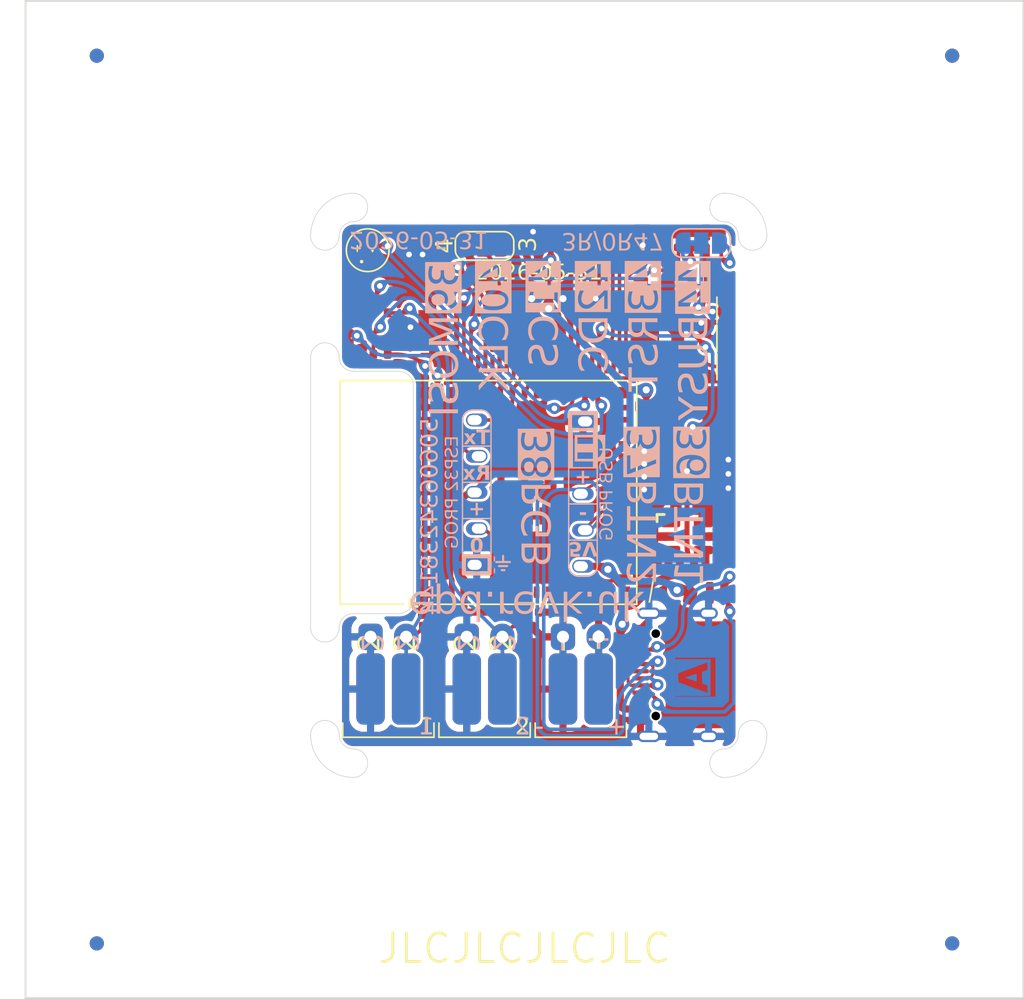
<source format=kicad_pcb>
(kicad_pcb (version 20241229) (generator "pcbnew") (generator_version "9.0")
  (title_block (title "Waveshare EPD adapter") (rev "1") (company "Adrian Kennard, Andrews & Arnold Ltd"))
  (layers (0 "F.Cu" signal) (2 "B.Cu" signal) (13 "F.Paste" user) (15 "B.Paste" user) (5 "F.SilkS" user "F.Silkscreen") (7 "B.SilkS" user "B.Silkscreen") (1 "F.Mask" user) (3 "B.Mask" user) (25 "Edge.Cuts" user))
  (net 0 "")
  (net 1 "GND")
  (net 4 "DC")
  (net 6 "Net-(U4-EN)")
  (net 7 "BTN2")
  (net 8 "BTN1")
  (net 14 "+3.3V")
  (net 22 "Net-(J2-0)")
  (net 23 "D-")
  (net 24 "D+")
  (net 25 "Net-(J1-Pin_24)")
  (net 26 "Net-(D1-A)")
  (net 27 "Net-(J1-Pin_22)")
  (net 28 "Net-(D3-K)")
  (net 29 "Net-(J1-Pin_20)")
  (net 30 "Net-(J1-Pin_19)")
  (net 31 "Net-(J1-Pin_18)")
  (net 32 "Net-(J1-Pin_5)")
  (net 33 "Net-(J1-Pin_4)")
  (net 34 "Net-(D2-A)")
  (net 35 "Net-(D3-A)")
  (net 36 "Net-(J1-Pin_2)")
  (net 37 "Net-(J1-Pin_3)")
  (net 41 "BUSY")
  (net 42 "RST")
  (net 43 "CS")
  (net 44 "CLK")
  (net 45 "MOSI")
  (net 46 "RGB")
  (net 47 "Net-(J1-Pin_8)")
  (net 48 "Net-(J7-CC1)")
  (net 50 "Net-(J7-CC2)")
  (net 52 "Net-(J4-Pin_2)")
  (net 53 "Net-(J6-Pin_2)")
  (net 54 "Net-(JP1-A)")
  (net 55 "Net-(JP1-B)")
  (net 57 "PWR")
  (net 58 "VBUS")
  (footprint "RevK:C_0402" (layer "F.Cu") (at 106 72.4 90)
    (property "Reference" "C14" (hide yes))
    (property "Value" "1uF 25V" (hide yes))
  )
  (footprint "RevK:C_0402" (layer "F.Cu") (at 105.15 72.4 90)
    (property "Reference" "C3" (hide yes))
    (property "Value" "1uF 25V" (hide yes))
  )
  (footprint "RevK:C_0402" (layer "F.Cu") (at 99.5 98.4)
    (property "Reference" "C2" (hide yes))
    (property "Value" "100nF" (hide yes))
  )
  (footprint "RevK:SolderPadSmall" (layer "F.Cu") (at 104.2 103.8)
    (property "Reference" "P1" (hide yes))
    (property "Value" "+" (hide yes))
  )
  (footprint "RevK:R_0402_" (layer "F.Cu") (at 110.4 95 180)
    (property "Reference" "R9" (hide yes))
    (property "Value" "124k" (hide yes))
  )
  (footprint "RevK:SolderPadSmall" (layer "F.Cu") (at 101.7 103.8)
    (property "Reference" "P2" (hide yes))
    (property "Value" "-" (hide yes))
  )
  (footprint "RevK:C_0402" (layer "F.Cu") (at 103.45 72.4 90)
    (property "Reference" "C4" (hide yes))
    (property "Value" "1uF 25V" (hide yes))
  )
  (footprint "RevK:C_0402" (layer "F.Cu") (at 101.75 72.4 90)
    (property "Reference" "C11" (hide yes))
    (property "Value" "1uF" (hide yes))
  )
  (footprint "RevK:R_0402" (layer "F.Cu") (at 88.9 77.4 180)
    (property "Reference" "R6" (hide yes))
    (property "Value" "100R" (hide yes))
  )
  (footprint "RevK:ESP32-S3-MINI-1" (layer "F.Cu") (at 99 90 90)
    (property "Reference" "U4" (hide yes))
    (property "Value" "ESP32-S3-MINI-1" (hide yes))
  )
  (footprint "RevK:D_SOD-123" (layer "F.Cu") (at 109 97 -10)
    (property "Reference" "D6" (hide yes))
    (property "Value" "MBR0530")
  )
  (footprint "RevK:C_0603" (layer "F.Cu") (at 92.7 98.4 180)
    (property "Reference" "C5" (hide yes))
    (property "Value" "22uF")
  )
  (footprint "RevK:SOT-23" (layer "F.Cu") (at 111.7 74.2 90)
    (property "Reference" "Q1" (hide yes))
    (property "Value" "BSS138")
  )
  (footprint "RevK:C_0402" (layer "F.Cu") (at 102.6 72.4 90)
    (property "Reference" "C7" (hide yes))
    (property "Value" "1uF" (hide yes))
  )
  (footprint "RevK:R_0402" (layer "F.Cu") (at 86.7 78.3 -90)
    (property "Reference" "R3" (hide yes))
    (property "Value" "10K" (hide yes))
  )
  (footprint "RevK:C_0603_" (layer "F.Cu") (at 110.4 91.1 180)
    (property "Reference" "C10" (hide yes))
    (property "Value" "100nF")
  )
  (footprint "RevK:PTSM-HH-2-RA" (layer "F.Cu") (at 89.45 100.1325)
    (property "Reference" "J4" (hide yes))
    (property "Value" "BTN2")
  )
  (footprint "RevK:PTSM-HH-2-RA" (layer "F.Cu") (at 96.2 100.1325)
    (property "Reference" "J6" (hide yes))
    (property "Value" "BTN2")
  )
  (footprint "RevK:C_0805" (layer "F.Cu") (at 108.1 75.5 180)
    (property "Reference" "C17" (hide yes))
    (property "Value" "4.7uF 50V")
  )
  (footprint "RevK:C_0603_" (layer "F.Cu") (at 107.9 91.8 -90)
    (property "Reference" "C9" (hide yes))
    (property "Value" "10uF 6.3V")
  )
  (footprint "RevK:C_0402" (layer "F.Cu") (at 100.85 72.4 90)
    (property "Reference" "C12" (hide yes))
    (property "Value" "1uF 25V" (hide yes))
  )
  (footprint "RevK:SolderPadSmall" (layer "F.Cu") (at 97.45 103.8)
    (property "Reference" "P3" (hide yes))
    (property "Value" "2" (hide yes))
  )
  (footprint "RevK:C_0603" (layer "F.Cu") (at 108.7 72.7 90)
    (property "Reference" "C1" (hide yes))
    (property "Value" "1uF 50V")
  )
  (footprint "RevK:C_0402" (layer "F.Cu") (at 88.9 76.3)
    (property "Reference" "C21" (hide yes))
    (property "Value" "33pF" (hide yes))
  )
  (footprint "RevK:R_0402" (layer "F.Cu") (at 110.7 72.3 -90)
    (property "Reference" "R2" (hide yes))
    (property "Value" "3R" (hide yes))
  )
  (footprint "RevK:SolderJumper3" (layer "F.Cu") (at 96.2 72.7)
    (property "Reference" "JP2" (hide yes))
    (property "Value" "SolderJumper_3_Bridged12")
  )
  (footprint "RevK:R_0402" (layer "F.Cu") (at 112.5 97.5 180)
    (property "Reference" "R4" (hide yes))
    (property "Value" "5k1" (hide yes))
  )
  (footprint "RevK:D_SOD-123" (layer "F.Cu") (at 111.4 81.2 180)
    (property "Reference" "D2" (hide yes))
    (property "Value" "MBR0530")
  )
  (footprint "RevK:VCUT70N" (layer "F.Cu") (at 99 108 180)
    (property "Reference" "V4" (hide yes))
    (property "Value" "~")
  )
  (footprint "RevK:R_0402" (layer "F.Cu") (at 112.5 96.6 180)
    (property "Reference" "R5" (hide yes))
    (property "Value" "5k1" (hide yes))
  )
  (footprint "RevK:L_4x4_" (layer "F.Cu") (at 110.4 88.5 180)
    (property "Reference" "L2" (hide yes))
    (property "Value" "47uH 1.3A")
  )
  (footprint "RevK:R_0402" (layer "F.Cu") (at 88.9 80.3 180)
    (property "Reference" "R7" (hide yes))
    (property "Value" "100R" (hide yes))
  )
  (footprint "RevK:PTSM-HH-2-RA" (layer "F.Cu") (at 102.95 100.1325)
    (property "Reference" "J8" (hide yes))
    (property "Value" "PWR")
  )
  (footprint "RevK:C_0402" (layer "F.Cu") (at 88.9 79.2)
    (property "Reference" "C19" (hide yes))
    (property "Value" "33pF" (hide yes))
  )
  (footprint "RevK:R_0402_" (layer "F.Cu") (at 112.2 95 180)
    (property "Reference" "R11" (hide yes))
    (property "Value" "1M" (hide yes))
  )
  (footprint "RevK:DFN1006-2L" (layer "F.Cu") (at 99.1 99.4 180)
    (property "Reference" "D5" (hide yes))
    (property "Value" "~")
  )
  (footprint "RevK:SolderPadSmall" (layer "F.Cu") (at 90.7 103.8)
    (property "Reference" "P5" (hide yes))
    (property "Value" "2" (hide yes))
  )
  (footprint "RevK:R_0402" (layer "F.Cu") (at 112.8 72.3 90)
    (property "Reference" "R1" (hide yes))
    (property "Value" "0.47R" (hide yes))
  )
  (footprint "RevK:C_0402" (layer "F.Cu") (at 104.3 72.4 90)
    (property "Reference" "C15" (hide yes))
    (property "Value" "1uF 25V" (hide yes))
  )
  (footprint "RevK:C_0603_" (layer "F.Cu") (at 112.9 91.8 -90)
    (property "Reference" "C8" (hide yes))
    (property "Value" "10uF 35V")
  )
  (footprint "RevK:XUNPU-FPC-05FB-24PH20" (layer "F.Cu") (at 100 79.7 180)
    (property "Reference" "J1" (hide yes))
    (property "Value" "Conn_01x26")
  )
  (footprint "RevK:D_SOD-123" (layer "F.Cu") (at 111.4 77.2 180)
    (property "Reference" "D3" (hide yes))
    (property "Value" "MBR0530")
  )
  (footprint "RevK:R_0402" (layer "F.Cu") (at 109.8 72.3 -90)
    (property "Reference" "R8" (hide yes))
    (property "Value" "10K" (hide yes))
  )
  (footprint "RevK:R_0402_" (layer "F.Cu") (at 108.5 95 180)
    (property "Reference" "R10" (hide yes))
    (property "Value" "39k2" (hide yes))
  )
  (footprint "RevK:C_0805" (layer "F.Cu") (at 107.5 84.9 90)
    (property "Reference" "C18" (hide yes))
    (property "Value" "4.7uF 50V")
  )
  (footprint "RevK:SOT-23-6-MD8942" (layer "F.Cu") (at 110.4 93.1 180)
    (property "Reference" "U3" (hide yes))
    (property "Value" "MD8942")
  )
  (footprint "RevK:SMD1010" (layer "F.Cu") (at 88 73 90)
    (property "Reference" "D4" (hide yes))
    (property "Value" "XL-1010RGBC-WS2812B" (hide yes))
  )
  (footprint "RevK:USB-C-Socket-H" (layer "F.Cu") (at 108.21 102.8 90)
    (property "Reference" "J7" (hide yes))
    (property "Value" "USB-C-Socket-V")
  )
  (footprint "RevK:SolderPadSmall" (layer "F.Cu") (at 88.2 103.8)
    (property "Reference" "P6" (hide yes))
    (property "Value" "2" (hide yes))
  )
  (footprint "RevK:VCUT70N" (layer "F.Cu") (at 114 90.5 -90)
    (property "Reference" "V1" (hide yes))
    (property "Value" "~")
  )
  (footprint "RevK:L_4x4" (layer "F.Cu") (at 110.7 84.4 180)
    (property "Reference" "L1" (hide yes))
    (property "Value" "470uH")
  )
  (footprint "RevK:D_SOD-123" (layer "F.Cu") (at 111.4 79.2 180)
    (property "Reference" "D1" (hide yes))
    (property "Value" "MBR0530")
  )
  (footprint "RevK:DFN1006-2L" (layer "F.Cu") (at 92.3 99.4 180)
    (property "Reference" "D7" (hide yes))
    (property "Value" "~")
  )
  (footprint "RevK:SolderPadSmall" (layer "F.Cu") (at 94.95 103.8)
    (property "Reference" "P4" (hide yes))
    (property "Value" "2" (hide yes))
  )
  (footprint "RevK:C_0402" (layer "F.Cu") (at 86.7 80 -90)
    (property "Reference" "C6" (hide yes))
    (property "Value" "1uF" (hide yes))
  )
  (footprint "RevK:PCB7070" (layer "F.Cu") (at 99 90.5)
    (property "Reference" "PCB1" (hide yes))
    (property "Value" "70x70" (hide yes))
    (fp_line (start -35 -35) (end 35 -35) (stroke (width 0.12)) (layer "Edge.Cuts"))
    (fp_line (start -35 35) (end -35 -35) (stroke (width 0.12)) (layer "Edge.Cuts"))
    (fp_line (start 35 -35) (end 35 35) (stroke (width 0.12)) (layer "Edge.Cuts"))
    (fp_line (start 35 35) (end -35 35) (stroke (width 0.12)) (layer "Edge.Cuts"))
  )
  (footprint "RevK:SolderPadSmall" (layer "B.Cu") (at 104.2 103.8 180)
    (property "Reference" "P7" (hide yes))
    (property "Value" "+" (hide yes))
  )
  (footprint "RevK:VCUT70N" (layer "B.Cu") (at 99 71 180)
    (property "Reference" "V6" (hide yes))
    (property "Value" "~")
  )
  (footprint "RevK:SolderPadSmall" (layer "B.Cu") (at 90.7 103.8 180)
    (property "Reference" "P11" (hide yes))
    (property "Value" "2" (hide yes))
  )
  (footprint "RevK:SolderJumper3" (layer "B.Cu") (at 111.4 72.5)
    (property "Reference" "JP1" (hide yes))
    (property "Value" "SolderJumper_3_Bridged12")
  )
  (footprint "RevK:VCUT70N" (layer "B.Cu") (at 86 90.5 -90)
    (property "Reference" "V3" (hide yes))
    (property "Value" "~")
  )
  (footprint "RevK:SolderPadSmall" (layer "B.Cu") (at 88.2 103.8 180)
    (property "Reference" "P12" (hide yes))
    (property "Value" "2" (hide yes))
  )
  (footprint "RevK:SolderPadSmall" (layer "B.Cu") (at 101.7 103.8 180)
    (property "Reference" "P8" (hide yes))
    (property "Value" "-" (hide yes))
  )
  (footprint "RevK:SolderPadSmall" (layer "B.Cu") (at 97.45 103.8 180)
    (property "Reference" "P9" (hide yes))
    (property "Value" "2" (hide yes))
  )
  (footprint "RevK:SolderPadSmall" (layer "B.Cu") (at 94.95 103.8 180)
    (property "Reference" "P10" (hide yes))
    (property "Value" "2" (hide yes))
  )
  (footprint "RevK:USB-PROG" (layer "B.Cu") (at 103.1 90.1 90)
    (property "Reference" "J3" (hide yes))
    (property "Value" "USB-PROG" (hide yes))
  )
  (footprint "RevK:Shelly" (layer "B.Cu") (at 95.65 90 -90)
    (property "Reference" "J2" (hide yes))
    (property "Value" "Shelly" (hide yes))
  )
  (gr_circle (center 88 73) (end 89.5 73) (stroke (width 0.12)) (fill no) (layer "F.SilkS"))
  (gr_arc (start 83.999999 80.5) (mid 84.999999 79.5) (end 85.999999 80.5) (stroke (width 0.05)) (layer "Edge.Cuts"))
  (gr_arc (start 113 69) (mid 115.12132 69.87868) (end 116 72) (stroke (width 0.05)) (layer "Edge.Cuts"))
  (gr_line (start 83.999999 80.5) (end 84 99.5) (stroke (width 0.05)) (layer "Edge.Cuts"))
  (gr_arc (start 86.999999 81.5) (mid 86.292893 81.207106) (end 85.999999 80.5) (stroke (width 0.05)) (layer "Edge.Cuts"))
  (gr_arc (start 113 110) (mid 112 109) (end 113 108) (stroke (width 0.05)) (layer "Edge.Cuts"))
  (gr_line (start 91.200001 97.500001) (end 91.2 82.5) (stroke (width 0.05)) (layer "Edge.Cuts"))
  (gr_arc (start 83.999999 107.000001) (mid 84.999999 106.000001) (end 85.999999 107.000001) (stroke (width 0.05)) (layer "Edge.Cuts"))
  (gr_arc (start 86.000001 72.000001) (mid 85.000001 73.000001) (end 84.000001 72.000001) (stroke (width 0.05)) (layer "Edge.Cuts"))
  (gr_arc (start 86.000001 72.000001) (mid 86.292894 71.292894) (end 87.000001 71.000001) (stroke (width 0.05)) (layer "Edge.Cuts"))
  (gr_arc (start 86 99.5) (mid 85 100.5) (end 84 99.5) (stroke (width 0.05)) (layer "Edge.Cuts"))
  (gr_arc (start 114 107) (mid 115 106) (end 116 107) (stroke (width 0.05)) (layer "Edge.Cuts"))
  (gr_arc (start 116 107) (mid 115.12132 109.12132) (end 113 110) (stroke (width 0.05)) (layer "Edge.Cuts"))
  (gr_arc (start 87.000001 69.000001) (mid 88.000001 70.000001) (end 87.000001 71.000001) (stroke (width 0.05)) (layer "Edge.Cuts"))
  (gr_arc (start 114 107) (mid 113.707107 107.707107) (end 113 108) (stroke (width 0.05)) (layer "Edge.Cuts"))
  (gr_line (start 90.2 81.5) (end 86.999999 81.5) (stroke (width 0.05)) (layer "Edge.Cuts"))
  (gr_arc (start 86.999999 108.000001) (mid 87.999999 109) (end 86.999999 110.000001) (stroke (width 0.05)) (layer "Edge.Cuts"))
  (gr_arc (start 91.200001 97.500001) (mid 90.907108 98.207108) (end 90.200001 98.500001) (stroke (width 0.05)) (layer "Edge.Cuts"))
  (gr_arc (start 113 71) (mid 113.707107 71.292893) (end 114 72) (stroke (width 0.05)) (layer "Edge.Cuts"))
  (gr_arc (start 116 72) (mid 115 73) (end 114 72) (stroke (width 0.05)) (layer "Edge.Cuts"))
  (gr_arc (start 86.999999 108.000001) (mid 86.292893 107.707107) (end 85.999999 107.000001) (stroke (width 0.05)) (layer "Edge.Cuts"))
  (gr_arc (start 86 99.5) (mid 86.292894 98.792894) (end 87 98.5) (stroke (width 0.05)) (layer "Edge.Cuts"))
  (gr_arc (start 86.999999 110.000001) (mid 84.878679 109.121321) (end 83.999999 107.000001) (stroke (width 0.05)) (layer "Edge.Cuts"))
  (gr_arc (start 84.000001 72.000001) (mid 84.878681 69.878681) (end 87.000001 69.000001) (stroke (width 0.05)) (layer "Edge.Cuts"))
  (gr_line (start 87 98.5) (end 90.200001 98.500001) (stroke (width 0.05)) (layer "Edge.Cuts"))
  (gr_arc (start 113 71) (mid 112 70) (end 113 69) (stroke (width 0.05)) (layer "Edge.Cuts"))
  (gr_arc (start 90.2 81.5) (mid 90.907107 81.792893) (end 91.2 82.5) (stroke (width 0.05)) (layer "Edge.Cuts"))
  (gr_text "A" (at 111 103 90) (layer "B.Cu" knockout) (effects (font (size 2 2) (thickness 0.3) (bold yes)) (justify mirror)))
  (gr_text "A" (at 110.1 93 90) (layer "B.Cu" knockout) (effects (font (size 3 3) (thickness 0.3) (bold yes)) (justify mirror)))
  (gr_text "${CURRENT_DATE}" (at 100 74.6 0) (layer "F.SilkS") (effects (font (size 1.1 1.1))))
  (gr_text "+" (at 106.15 107.1825 0) (layer "F.SilkS") (effects (font (size 1.2 1.2)) (justify right bottom)))
  (gr_text "1" (at 92.65 107.1825 0) (layer "F.SilkS") (effects (font (size 1.2 1.2)) (justify right bottom)))
  (gr_text "2" (at 99.4 107.1825 0) (layer "F.SilkS") (effects (font (size 1.2 1.2)) (justify right bottom)))
  (gr_text "4" (at 94.15 72.7 90) (layer "F.SilkS") (effects (font (size 1.2 1.2)) (justify bottom)))
  (gr_text "3" (at 100 72.6 90) (layer "F.SilkS") (effects (font (size 1.2 1.2)) (justify bottom)))
  (gr_text "-" (at 99.75 107.1825 0) (layer "F.SilkS") (effects (font (size 1.2 1.2)) (justify left bottom)))
  (gr_text "39" (at 93.5 77.4 90) (layer "B.SilkS" knockout) (effects (font (size 2 2)) (justify right mirror)))
  (gr_text "41" (at 100.5 77.4 90) (layer "B.SilkS" knockout) (effects (font (size 2 2)) (justify right mirror)))
  (gr_text "BTN2" (at 107.4 89.05 90) (layer "B.SilkS") (effects (font (size 2 2)) (justify left mirror)))
  (gr_text "1" (at 92.65 107.1825 0) (layer "B.SilkS") (effects (font (size 1.2 1.2)) (justify left bottom mirror)))
  (gr_text "${CURRENT_DATE}" (at 86.7 71.5 180) (layer "B.SilkS") (effects (font (size 1.2 1.2)) (justify left bottom mirror)))
  (gr_text "2" (at 99.4 107.1825 0) (layer "B.SilkS") (effects (font (size 1.2 1.2)) (justify left bottom mirror)))
  (gr_text "epd.revk.uk" (at 107.4 97.8 180) (layer "B.SilkS") (effects (font (size 2 2)) (justify right mirror)))
  (gr_text "38" (at 100 89.1 90) (layer "B.SilkS" knockout) (effects (font (size 2 2)) (justify right mirror)))
  (gr_text "36" (at 110.9 88.95 90) (layer "B.SilkS" knockout) (effects (font (size 2 2)) (justify right mirror)))
  (gr_text "BTN1" (at 110.7 89.1 90) (layer "B.SilkS") (effects (font (size 2 2)) (justify left mirror)))
  (gr_text "-" (at 99.75 107.1825 0) (layer "B.SilkS") (effects (font (size 1.2 1.2)) (justify right bottom mirror)))
  (gr_text "5060634238144" (at 92.4 91.7 90) (layer "B.SilkS") (effects (font (size 1.2 1.2)) (justify mirror)))
  (gr_text "BUSY" (at 111 77.5 90) (layer "B.SilkS") (effects (font (size 2 2)) (justify left mirror)))
  (gr_text "CS" (at 100.5 77.5 90) (layer "B.SilkS") (effects (font (size 2 2)) (justify left mirror)))
  (gr_text "40" (at 97 77.4 90) (layer "B.SilkS" knockout) (effects (font (size 2 2)) (justify right mirror)))
  (gr_text "43" (at 107.5 77.4 90) (layer "B.SilkS" knockout) (effects (font (size 2 2)) (justify right mirror)))
  (gr_text "CLK" (at 97 77.5 90) (layer "B.SilkS") (effects (font (size 2 2)) (justify left mirror)))
  (gr_text "44" (at 111 77.4 90) (layer "B.SilkS" knockout) (effects (font (size 2 2)) (justify right mirror)))
  (gr_text "DC" (at 104 77.5 90) (layer "B.SilkS") (effects (font (size 2 2)) (justify left mirror)))
  (gr_text "MOSI" (at 93.5 77.5 90) (layer "B.SilkS") (effects (font (size 2 2)) (justify left mirror)))
  (gr_text "RGB" (at 100 89.2 90) (layer "B.SilkS") (effects (font (size 2 2)) (justify left mirror)))
  (gr_text "3R/0R47" (at 101.6 72.3 180) (layer "B.SilkS") (effects (font (size 1.2 1.2)) (justify left mirror)))
  (gr_text "37" (at 107.4 88.95 90) (layer "B.SilkS" knockout) (effects (font (size 2 2)) (justify right mirror)))
  (gr_text "42" (at 104 77.4 90) (layer "B.SilkS" knockout) (effects (font (size 2 2)) (justify right mirror)))
  (gr_text "RST" (at 107.5 77.5 90) (layer "B.SilkS") (effects (font (size 2 2)) (justify left mirror)))
  (gr_text "+" (at 106.15 107.1825 0) (layer "B.SilkS") (effects (font (size 1.2 1.2)) (justify left bottom mirror)))
  (segment (start 90.517158 81.1) (end 87.3 81.1) (width 0.25) (layer "F.Cu") (net 1))
  (segment (start 106 83) (end 104.95 83) (width 0.5) (layer "F.Cu") (net 1))
  (segment (start 91.505025 81.805026) (end 91 81.3) (width 0.25) (layer "F.Cu") (net 1))
  (segment (start 95.324264 73.724264) (end 95.8 74.2) (width 0.5) (layer "F.Cu") (net 1))
  (segment (start 101.7 100.1325) (end 100.1575 100.1325) (width 0.5) (layer "F.Cu") (net 1))
  (segment (start 91.925 98.4) (end 92.725 99.2) (width 0.25) (layer "F.Cu") (net 1))
  (segment (start 102.4 82.1) (end 102.25 81.95) (width 0.25) (layer "F.Cu") (net 1))
  (segment (start 107.72 99.02) (end 107.14 99.6) (width 0.5) (layer "F.Cu") (net 1))
  (segment (start 94.310811 84.05) (end 92 84.05) (width 0.5) (layer "F.Cu") (net 1))
  (segment (start 104.95 82.35) (end 104.7 82.1) (width 0.5) (layer "F.Cu") (net 1))
  (segment (start 93.3575 100.1325) (end 92.625 99.4) (width 0.5) (layer "F.Cu") (net 1))
  (segment (start 104.95 83) (end 104.95 82.703553) (width 0.25) (layer "F.Cu") (net 1))
  (segment (start 100.1575 100.1325) (end 99.425 99.4) (width 0.5) (layer "F.Cu") (net 1))
  (segment (start 94.95 100.1325) (end 93.3575 100.1325) (width 0.5) (layer "F.Cu") (net 1))
  (segment (start 104.346447 82.1) (end 102.4 82.1) (width 0.25) (layer "F.Cu") (net 1))
  (segment (start 92.725 99.2) (end 92.725 99.4) (width 0.25) (layer "F.Cu") (net 1))
  (segment (start 104.7 82.1) (end 102.25 82.1) (width 0.5) (layer "F.Cu") (net 1))
  (segment (start 104.95 83) (end 104.95 82.35) (width 0.5) (layer "F.Cu") (net 1))
  (segment (start 94.9 72.7) (end 93.4 72.7) (width 0.5) (layer "F.Cu") (net 1))
  (segment (start 106 97) (end 105.19 96.19) (width 0.125) (layer "F.Cu") (net 1))
  (segment (start 94.75 83) (end 94.75 83.610811) (width 0.5) (layer "F.Cu") (net 1))
  (segment (start 102.25 81.95) (end 102.25 81) (width 0.25) (layer "F.Cu") (net 1))
  (segment (start 107.72 98.48) (end 107.72 99.02) (width 0.5) (layer "F.Cu") (net 1))
  (segment (start 94.75 83.610811) (end 94.310811 84.05) (width 0.5) (layer "F.Cu") (net 1))
  (segment (start 105.19 96.19) (end 101.97 96.19) (width 0.125) (layer "F.Cu") (net 1))
  (via (at 107.3 72.65) (size 0.8) (drill 0.4) (layers "F.Cu" "B.Cu") (net 1))
  (via (at 91.85 73.3) (size 0.8) (drill 0.4) (layers "F.Cu" "B.Cu") (net 1))
  (via (at 111.4 78.1) (size 0.8) (drill 0.4) (layers "F.Cu" "B.Cu") (net 1))
  (via (at 107.4 87.1) (size 0.8) (drill 0.4) (layers "F.Cu" "B.Cu") (net 1))
  (via (at 113.3 88.7) (size 0.8) (drill 0.4) (layers "F.Cu" "B.Cu") (net 1))
  (via (at 101.7 76.4) (size 1) (drill 0.5) (layers "F.Cu" "B.Cu") (net 1))
  (via (at 110.4 88.5) (size 0.8) (drill 0.4) (layers "F.Cu" "B.Cu") (net 1))
  (via (at 113.3 89.7) (size 0.8) (drill 0.4) (layers "F.Cu" "B.Cu") (net 1))
  (via (at 99.5 76.4) (size 1) (drill 0.5) (layers "F.Cu" "B.Cu") (net 1))
  (via (at 113.3 87.7) (size 0.8) (drill 0.4) (layers "F.Cu" "B.Cu") (net 1))
  (via (at 99.6 71.7) (size 0.8) (drill 0.4) (layers "F.Cu" "B.Cu") (net 1))
  (via (at 107.4 88) (size 0.8) (drill 0.4) (layers "F.Cu" "B.Cu") (net 1))
  (via (at 91 78.4) (size 0.8) (drill 0.4) (layers "F.Cu" "B.Cu") (net 1))
  (via (at 107.4 89.8) (size 0.8) (drill 0.4) (layers "F.Cu" "B.Cu") (net 1))
  (via (at 107.4 88.9) (size 0.8) (drill 0.4) (layers "F.Cu" "B.Cu") (net 1))
  (via (at 104 76.4) (size 0.8) (drill 0.4) (layers "F.Cu" "B.Cu") (net 1))
  (via (at 90.9 73.3) (size 0.8) (drill 0.4) (layers "F.Cu" "B.Cu") (net 1))
  (arc (start 94.9 72.7) (mid 95.010263 73.254328) (end 95.324264 73.724264) (width 0.5) (layer "F.Cu") (net 1))
  (arc (start 87.3 81.1) (mid 86.875736 80.924264) (end 86.7 80.5) (width 0.25) (layer "F.Cu") (net 1))
  (arc (start 91 81.3) (mid 90.778471 81.151978) (end 90.517158 81.1) (width 0.25) (layer "F.Cu") (net 1))
  (arc (start 104.95 82.703553) (mid 104.773223 82.276777) (end 104.346447 82.1) (width 0.25) (layer "F.Cu") (net 1))
  (arc (start 92 83) (mid 91.87136 82.353285) (end 91.505025 81.805026) (width 0.25) (layer "F.Cu") (net 1))
  (segment (start 99.25 81) (end 99.25 82.396447) (width 0.25) (layer "F.Cu") (net 4))
  (arc (start 99.25 82.396447) (mid 99.185027 82.723087) (end 99 83) (width 0.25) (layer "F.Cu") (net 4))
  (segment (start 86.7 78.8) (end 86.7 79.5) (width 0.25) (layer "F.Cu") (net 6))
  (segment (start 92.9 81.8) (end 92.9 82.85) (width 0.25) (layer "F.Cu") (net 6))
  (via (at 87.237998 79) (size 0.8) (drill 0.4) (layers "F.Cu" "B.Cu") (net 6))
  (via (at 92.9 81.8) (size 0.8) (drill 0.4) (layers "F.Cu" "B.Cu") (net 6))
  (arc (start 86.755156 78.8) (mid 87.016468 78.851978) (end 87.237998 79) (width 0.25) (layer "F.Cu") (net 6))
  (arc (start 92.9 82.85) (mid 92.943934 82.956066) (end 93.05 83) (width 0.25) (layer "F.Cu") (net 6))
  (segment (start 89.3 80.4) (end 92.4 80.4) (width 0.25) (layer "B.Cu") (net 6))
  (segment (start 87.237998 79) (end 88.169891 79.931893) (width 0.25) (layer "B.Cu") (net 6))
  (segment (start 93 81) (end 93 81.7) (width 0.25) (layer "B.Cu") (net 6))
  (arc (start 92.4 80.4) (mid 92.824264 80.575736) (end 93 81) (width 0.25) (layer "B.Cu") (net 6))
  (arc (start 88.169891 79.931893) (mid 88.688389 80.278343) (end 89.3 80.4) (width 0.25) (layer "B.Cu") (net 6))
  (arc (start 93 81.7) (mid 92.970711 81.770711) (end 92.9 81.8) (width 0.25) (layer "B.Cu") (net 6))
  (segment (start 103.25 83) (end 103.25 83.77929) (width 0.25) (layer "F.Cu") (net 7))
  (segment (start 88.4 76.3) (end 88.609633 76.090367) (width 0.25) (layer "F.Cu") (net 7))
  (segment (start 88.4 76.3) (end 88.4 77.4) (width 0.25) (layer "F.Cu") (net 7))
  (via (at 88.850661 75.508475) (size 0.8) (drill 0.4) (layers "F.Cu" "B.Cu") (net 7))
  (via (at 103.2 83.9) (size 0.8) (drill 0.4) (layers "F.Cu" "B.Cu") (net 7))
  (arc (start 103.25 83.77929) (mid 103.237005 83.844617) (end 103.2 83.9) (width 0.25) (layer "F.Cu") (net 7))
  (arc (start 88.609633 76.090367) (mid 88.78802 75.823393) (end 88.850661 75.508475) (width 0.25) (layer "F.Cu") (net 7))
  (segment (start 101.9 84.5) (end 101.9 84.7) (width 0.25) (layer "B.Cu") (net 7))
  (segment (start 91.518198 75.981802) (end 99.784315 84.247918) (width 0.25) (layer "B.Cu") (net 7))
  (segment (start 103.2 83.9) (end 102.5 83.9) (width 0.25) (layer "B.Cu") (net 7))
  (arc (start 91.518198 75.981802) (mid 90.652235 75.403184) (end 89.630762 75.2) (width 0.25) (layer "B.Cu") (net 7))
  (arc (start 101.6 85) (mid 100.617358 84.80454) (end 99.784315 84.247918) (width 0.25) (layer "B.Cu") (net 7))
  (arc (start 101.9 84.7) (mid 101.812132 84.912132) (end 101.6 85) (width 0.25) (layer "B.Cu") (net 7))
  (arc (start 88.850661 75.508475) (mid 89.192343 75.280171) (end 89.595385 75.2) (width 0.25) (layer "B.Cu") (net 7))
  (arc (start 102.5 83.9) (mid 102.075736 84.075736) (end 101.9 84.5) (width 0.25) (layer "B.Cu") (net 7))
  (segment (start 88.4 79.2) (end 88.4 80.3) (width 0.25) (layer "F.Cu") (net 8))
  (segment (start 88.63158 78.640918) (end 88.890387 78.38211) (width 0.25) (layer "F.Cu") (net 8))
  (via (at 104.4 83.9) (size 0.8) (drill 0.4) (layers "F.Cu" "B.Cu") (net 8))
  (via (at 88.890387 78.38211) (size 0.8) (drill 0.4) (layers "F.Cu" "B.Cu") (net 8))
  (arc (start 88.4 79.2) (mid 88.460186 78.897427) (end 88.63158 78.640918) (width 0.25) (layer "F.Cu") (net 8))
  (arc (start 104.1 83.175736) (mid 104.177967 83.567705) (end 104.4 83.9) (width 0.25) (layer "F.Cu") (net 8))
  (segment (start 90.65 76.35) (end 90.967158 76.35) (width 0.25) (layer "B.Cu") (net 8))
  (segment (start 91.45 76.55) (end 99.65 84.75) (width 0.25) (layer "B.Cu") (net 8))
  (segment (start 104.4 83.9) (end 104.4 85.57) (width 0.25) (layer "B.Cu") (net 8))
  (segment (start 90.36241 76.469123) (end 89.202195 77.629339) (width 0.25) (layer "B.Cu") (net 8))
  (segment (start 104.07 85.9) (end 102.426345 85.9) (width 0.25) (layer "B.Cu") (net 8))
  (arc (start 104.4 85.57) (mid 104.303345 85.803345) (end 104.07 85.9) (width 0.25) (layer "B.Cu") (net 8))
  (arc (start 90.65 76.35) (mid 90.494358 76.380959) (end 90.36241 76.469123) (width 0.25) (layer "B.Cu") (net 8))
  (arc (start 88.890387 78.38211) (mid 88.971423 77.974713) (end 89.202195 77.629339) (width 0.25) (layer "B.Cu") (net 8))
  (arc (start 90.967158 76.35) (mid 91.22847 76.401978) (end 91.45 76.55) (width 0.25) (layer "B.Cu") (net 8))
  (arc (start 102.426345 85.9) (mid 100.923798 85.601124) (end 99.65 84.75) (width 0.25) (layer "B.Cu") (net 8))
  (segment (start 100.869343 77.330657) (end 101.35 77.811314) (width 0.5) (layer "F.Cu") (net 14))
  (segment (start 97.5 72.7) (end 98.135089 72.7) (width 0.5) (layer "F.Cu") (net 14))
  (segment (start 87.171266 71.478107) (end 97.254684 71.478107) (width 0.5) (layer "F.Cu") (net 14))
  (segment (start 94.7 98.4) (end 99 98.4) (width 0.5) (layer "F.Cu") (net 14))
  (segment (start 107.5 83.9625) (end 108.7625 83.9625) (width 0.25) (layer "F.Cu") (net 14))
  (segment (start 97.5 72.7) (end 97.5 71.723423) (width 0.5) (layer "F.Cu") (net 14))
  (segment (start 93.475 98.4) (end 94.7 98.4) (width 0.5) (layer "F.Cu") (net 14))
  (segment (start 108.9 84.3) (end 108.9 88.5) (width 0.5) (layer "F.Cu") (net 14))
  (segment (start 101.75 72.9) (end 101.75 74.35) (width 0.5) (layer "F.Cu") (net 14))
  (segment (start 100.7 74.8) (end 101 74.8) (width 0.5) (layer "F.Cu") (net 14))
  (segment (start 94.75 98.35) (end 94.7 98.4) (width 0.5) (layer "F.Cu") (net 14))
  (segment (start 94.45 95.8) (end 94.45 91.05) (width 0.5) (layer "F.Cu") (net 14))
  (segment (start 101.35 77.811314) (end 101.35 81) (width 0.5) (layer "F.Cu") (net 14))
  (segment (start 108.7625 83.9625) (end 109.2 84.4) (width 0.25) (layer "F.Cu") (net 14))
  (segment (start 94.75 97) (end 94.75 98.35) (width 0.5) (layer "F.Cu") (net 14))
  (segment (start 101 74.8) (end 101.3 74.8) (width 0.5) (layer "F.Cu") (net 14))
  (segment (start 101.65 78.535578) (end 101.65 81) (width 0.5) (layer "F.Cu") (net 14))
  (segment (start 107.539475 82.8) (end 107.539475 83.923025) (width 0.25) (layer "F.Cu") (net 14))
  (segment (start 100.7 74.8) (end 100.7 76.921827) (width 0.5) (layer "F.Cu") (net 14))
  (segment (start 100.5 74.8) (end 100.7 74.8) (width 0.5) (layer "F.Cu") (net 14))
  (segment (start 101 74.8) (end 100.5 74.8) (width 0.5) (layer "F.Cu") (net 14))
  (segment (start 94.75 96.1) (end 94.45 95.8) (width 0.5) (layer "F.Cu") (net 14))
  (segment (start 94.75 97) (end 94.75 96.1) (width 0.5) (layer "F.Cu") (net 14))
  (segment (start 87.575 72.575) (end 86.824686 71.824686) (width 0.5) (layer "F.Cu") (net 14))
  (segment (start 107.539475 83.923025) (end 107.5 83.9625) (width 0.25) (layer "F.Cu") (net 14))
  (segment (start 86.45 72.199373) (end 86.45 77.196447) (width 0.5) (layer "F.Cu") (net 14))
  (segment (start 100.5 74.8) (end 100.235089 74.8) (width 0.5) (layer "F.Cu") (net 14))
  (via (at 107.539475 82.8) (size 1) (drill 0.5) (layers "F.Cu" "B.Cu") (net 14))
  (via (at 100.7 77.1) (size 1) (drill 0.5) (layers "F.Cu" "B.Cu") (net 14))
  (arc (start 97.5 71.723423) (mid 97.428149 71.549958) (end 97.254684 71.478107) (width 0.5) (layer "F.Cu") (net 14))
  (arc (start 101.75 74.35) (mid 101.618198 74.668198) (end 101.3 74.8) (width 0.5) (layer "F.Cu") (net 14))
  (arc (start 100.7 76.921827) (mid 100.744011 77.143084) (end 100.869343 77.330657) (width 0.5) (layer "F.Cu") (net 14))
  (arc (start 94.45 91.05) (mid 94.757538 90.307538) (end 95.5 90) (width 0.5) (layer "F.Cu") (net 14))
  (arc (start 98.135089 72.7) (mid 98.912906 73.022183) (end 99.235089 73.8) (width 0.5) (layer "F.Cu") (net 14))
  (arc (start 101.35 77.811314) (mid 101.572032 78.143609) (end 101.65 78.535578) (width 0.5) (layer "F.Cu") (net 14))
  (arc (start 86.45 72.199373) (mid 86.661254 71.689361) (end 87.171266 71.478107) (width 0.5) (layer "F.Cu") (net 14))
  (arc (start 100.235089 74.8) (mid 99.527982 74.507107) (end 99.235089 73.8) (width 0.5) (layer "F.Cu") (net 14))
  (arc (start 86.45 77.196447) (mid 86.514972 77.523087) (end 86.7 77.8) (width 0.5) (layer "F.Cu") (net 14))
  (segment (start 104 88.7) (end 96.8 88.7) (width 0.5) (layer "B.Cu") (net 14))
  (segment (start 96.8 88.7) (end 95.5 90) (width 0.5) (layer "B.Cu") (net 14))
  (segment (start 107.539475 82.8) (end 106.4 82.8) (width 0.5) (layer "B.Cu") (net 14))
  (segment (start 106.4 82.8) (end 106.4 86.3) (width 0.5) (layer "B.Cu") (net 14))
  (segment (start 106.4 82.8) (end 100.7 77.1) (width 0.5) (layer "B.Cu") (net 14))
  (segment (start 106.4 86.3) (end 104 88.7) (width 0.5) (layer "B.Cu") (net 14))
  (segment (start 96.725 93.465) (end 96.725 95.85) (width 0.25) (layer "F.Cu") (net 22))
  (segment (start 95.6 96.575) (end 95.6 97) (width 0.25) (layer "F.Cu") (net 22))
  (segment (start 96.3 96.275) (end 95.9 96.275) (width 0.25) (layer "F.Cu") (net 22))
  (arc (start 96.725 95.85) (mid 96.60052 96.15052) (end 96.3 96.275) (width 0.25) (layer "F.Cu") (net 22))
  (arc (start 95.8 92.54) (mid 96.454074 92.810926) (end 96.725 93.465) (width 0.25) (layer "F.Cu") (net 22))
  (arc (start 95.9 96.275) (mid 95.687868 96.362868) (end 95.6 96.575) (width 0.25) (layer "F.Cu") (net 22))
  (segment (start 105.8 90) (end 103.25 92.55) (width 0.2) (layer "F.Cu") (net 23))
  (segment (start 107.14 103.55) (end 106.53759 103.55) (width 0.2) (layer "F.Cu") (net 23))
  (segment (start 107.14 103.55) (end 108.3 103.55) (width 0.2) (layer "F.Cu") (net 23))
  (segment (start 108.3 103.55) (end 108.35 103.5) (width 0.2) (layer "F.Cu") (net 23))
  (segment (start 107.14 102.55) (end 106.62 102.55) (width 0.2) (layer "F.Cu") (net 23))
  (segment (start 106.27 102.9) (end 106.27 103.28241) (width 0.2) (layer "F.Cu") (net 23))
  (segment (start 105.25 90.55) (end 103.31364 92.48636) (width 0.2) (layer "F.Cu") (net 23))
  (segment (start 105.8 90) (end 105.25 90.55) (width 0.2) (layer "F.Cu") (net 23))
  (segment (start 105.25 90.55) (end 105.658578 90.141422) (width 0.2) (layer "F.Cu") (net 23))
  (via (at 108.35 103.5) (size 0.8) (drill 0.4) (layers "F.Cu" "B.Cu") (net 23))
  (arc (start 105.658578 90.141422) (mid 105.815223 90.036755) (end 106 90) (width 0.2) (layer "F.Cu") (net 23))
  (arc (start 106.53759 103.55) (mid 106.348375 103.471625) (end 106.27 103.28241) (width 0.2) (layer "F.Cu") (net 23))
  (arc (start 106.62 102.55) (mid 106.372513 102.652513) (end 106.27 102.9) (width 0.2) (layer "F.Cu") (net 23))
  (segment (start 100.230786 89.937396) (end 100.101923 90.137911) (width 0.25) (layer "B.Cu") (net 23))
  (segment (start 107.921848 103.073015) (end 107.956067 103.106067) (width 0.25) (layer "B.Cu") (net 23))
  (segment (start 106.6 103.8) (end 107.2 103.2) (width 0.25) (layer "B.Cu") (net 23))
  (segment (start 106.502723 103.900319) (end 106.6 103.8) (width 0.25) (layer "B.Cu") (net 23))
  (segment (start 107.2 103.2) (end 107.248319 103.153375) (width 0.25) (layer "B.Cu") (net 23))
  (segment (start 105.235394 107.075) (end 105.318533 107.073275) (width 0.25) (layer "B.Cu") (net 23))
  (segment (start 100.711541 107.073134) (end 100.8 107.075) (width 0.25) (layer "B.Cu") (net 23))
  (segment (start 100.538024 107.03862) (end 100.711541 107.073134) (width 0.25) (layer "B.Cu") (net 23))
  (segment (start 107.747568 103.000819) (end 107.839461 103.025444) (width 0.25) (layer "B.Cu") (net 23))
  (segment (start 105.936275 106.580643) (end 105.973275 106.418533) (width 0.25) (layer "B.Cu") (net 23))
  (segment (start 105.975 106.335394) (end 105.975 105.308883) (width 0.25) (layer "B.Cu") (net 23))
  (segment (start 99.901866 106.263459) (end 99.93638 106.436976) (width 0.25) (layer "B.Cu") (net 23))
  (segment (start 107.615706 103.001211) (end 107.682842 103) (width 0.25) (layer "B.Cu") (net 23))
  (segment (start 105.760457 106.860457) (end 105.86413 106.730455) (width 0.25) (layer "B.Cu") (net 23))
  (segment (start 99.93638 106.436976) (end 100.004084 106.600426) (width 0.25) (layer "B.Cu") (net 23))
  (segment (start 103.747062 89.275) (end 100.964841 89.275) (width 0.25) (layer "B.Cu") (net 23))
  (segment (start 104.090119 92.139053) (end 104.161582 91.966525) (width 0.25) (layer "B.Cu") (net 23))
  (segment (start 107.956067 103.106067) (end 108.35 103.5) (width 0.25) (layer "B.Cu") (net 23))
  (segment (start 100.004084 106.600426) (end 100.102374 106.747527) (width 0.25) (layer "B.Cu") (net 23))
  (segment (start 100.8 107.075) (end 105.235394 107.075) (width 0.25) (layer "B.Cu") (net 23))
  (segment (start 107.248319 103.153375) (end 107.359962 103.07878) (width 0.25) (layer "B.Cu") (net 23))
  (segment (start 100.374574 106.970916) (end 100.538024 107.03862) (width 0.25) (layer "B.Cu") (net 23))
  (segment (start 106.013622 104.89211) (end 106.085948 104.62219) (width 0.25) (layer "B.Cu") (net 23))
  (segment (start 103.699053 92.530119) (end 103.854323 92.42637) (width 0.25) (layer "B.Cu") (net 23))
  (segment (start 103.343371 92.638013) (end 103.526525 92.601582) (width 0.25) (layer "B.Cu") (net 23))
  (segment (start 99.9 90.938523) (end 99.9 106.175) (width 0.25) (layer "B.Cu") (net 23))
  (segment (start 100.767525 89.472316) (end 100.567009 89.601176) (width 0.25) (layer "B.Cu") (net 23))
  (segment (start 100.964841 89.275) (end 100.767525 89.472316) (width 0.25) (layer "B.Cu") (net 23))
  (segment (start 100.102374 106.747527) (end 100.227473 106.872626) (width 0.25) (layer "B.Cu") (net 23))
  (segment (start 103.98637 92.294323) (end 104.090119 92.139053) (width 0.25) (layer "B.Cu") (net 23))
  (segment (start 100.227473 106.872626) (end 100.374574 106.970916) (width 0.25) (layer "B.Cu") (net 23))
  (segment (start 100.002909 90.354724) (end 99.935759 90.583421) (width 0.25) (layer "B.Cu") (net 23))
  (segment (start 103.25 92.64) (end 103.343371 92.638013) (width 0.25) (layer "B.Cu") (net 23))
  (segment (start 107.359962 103.07878) (end 107.484014 103.0274) (width 0.25) (layer "B.Cu") (net 23))
  (segment (start 107.7 103) (end 107.747568 103.000819) (width 0.25) (layer "B.Cu") (net 23))
  (segment (start 104.2 91.69) (end 104.2 89.727938) (width 0.25) (layer "B.Cu") (net 23))
  (segment (start 105.480643 107.036275) (end 105.630455 106.96413) (width 0.25) (layer "B.Cu") (net 23))
  (segment (start 99.901841 90.819347) (end 99.9 90.938523) (width 0.25) (layer "B.Cu") (net 23))
  (segment (start 99.9 106.175) (end 99.901866 106.263459) (width 0.25) (layer "B.Cu") (net 23))
  (segment (start 104.2 89.727938) (end 103.747062 89.275) (width 0.25) (layer "B.Cu") (net 23))
  (segment (start 99.935759 90.583421) (end 99.901841 90.819347) (width 0.25) (layer "B.Cu") (net 23))
  (segment (start 107.484014 103.0274) (end 107.615706 103.001211) (width 0.25) (layer "B.Cu") (net 23))
  (segment (start 106.192887 104.364019) (end 106.332609 104.122015) (width 0.25) (layer "B.Cu") (net 23))
  (segment (start 104.161582 91.966525) (end 104.198013 91.783371) (width 0.25) (layer "B.Cu") (net 23))
  (segment (start 106.332609 104.122015) (end 106.502723 103.900319) (width 0.25) (layer "B.Cu") (net 23))
  (segment (start 104.198013 91.783371) (end 104.2 91.69) (width 0.25) (layer "B.Cu") (net 23))
  (segment (start 103.854323 92.42637) (end 103.98637 92.294323) (width 0.25) (layer "B.Cu") (net 23))
  (segment (start 105.318533 107.073275) (end 105.480643 107.036275) (width 0.25) (layer "B.Cu") (net 23))
  (segment (start 105.86413 106.730455) (end 105.936275 106.580643) (width 0.25) (layer "B.Cu") (net 23))
  (segment (start 105.973275 106.418533) (end 105.975 106.335394) (width 0.25) (layer "B.Cu") (net 23))
  (segment (start 107.839461 103.025444) (end 107.921848 103.073015) (width 0.25) (layer "B.Cu") (net 23))
  (segment (start 105.977146 105.169162) (end 106.013622 104.89211) (width 0.25) (layer "B.Cu") (net 23))
  (segment (start 100.567009 89.601176) (end 100.386874 89.757263) (width 0.25) (layer "B.Cu") (net 23))
  (segment (start 100.386874 89.757263) (end 100.230786 89.937396) (width 0.25) (layer "B.Cu") (net 23))
  (segment (start 105.975 105.308883) (end 105.977146 105.169162) (width 0.25) (layer "B.Cu") (net 23))
  (segment (start 100.101923 90.137911) (end 100.002909 90.354724) (width 0.25) (layer "B.Cu") (net 23))
  (segment (start 103.526525 92.601582) (end 103.699053 92.530119) (width 0.25) (layer "B.Cu") (net 23))
  (segment (start 105.630455 106.96413) (end 105.760457 106.860457) (width 0.25) (layer "B.Cu") (net 23))
  (segment (start 106.085948 104.62219) (end 106.192887 104.364019) (width 0.25) (layer "B.Cu") (net 23))
  (segment (start 107.682842 103) (end 107.7 103) (width 0.25) (layer "B.Cu") (net 23))
  (segment (start 106 89.15) (end 105.243502 89.15) (width 0.2) (layer "F.Cu") (net 24))
  (segment (start 108.150498 102.05) (end 108.350498 101.85) (width 0.2) (layer "F.Cu") (net 24))
  (segment (start 107.14 102.05) (end 107.74241 102.05) (width 0.2) (layer "F.Cu") (net 24))
  (segment (start 107.68122 103.05) (end 107.14 103.05) (width 0.2) (layer "F.Cu") (net 24))
  (segment (start 107.14 102.05) (end 108.150498 102.05) (width 0.2) (layer "F.Cu") (net 24))
  (segment (start 108.01 102.31759) (end 108.01 102.636367) (width 0.2) (layer "F.Cu") (net 24))
  (via (at 108.350498 101.85) (size 0.8) (drill 0.4) (layers "F.Cu" "B.Cu") (net 24))
  (arc (start 105.243502 89.15) (mid 104.002268 89.396897) (end 102.95 90.1) (width 0.2) (layer "F.Cu") (net 24))
  (arc (start 108.01 102.636367) (mid 107.973947 102.817618) (end 107.871276 102.971276) (width 0.2) (layer "F.Cu") (net 24))
  (arc (start 107.871276 102.971276) (mid 107.784077 103.029541) (end 107.68122 103.05) (width 0.2) (layer "F.Cu") (net 24))
  (arc (start 107.74241 102.05) (mid 107.931625 102.128375) (end 108.01 102.31759) (width 0.2) (layer "F.Cu") (net 24))
  (segment (start 105.525 105.2) (end 105.525 106.148998) (width 0.25) (layer "B.Cu") (net 24))
  (segment (start 107.604674 102.158931) (end 106.981802 102.781802) (width 0.25) (layer "B.Cu") (net 24))
  (segment (start 101.6 89.8) (end 102.65 89.8) (width 0.25) (layer "B.Cu") (net 24))
  (segment (start 106.981802 102.781802) (end 106.20481 103.558794) (width 0.25) (layer "B.Cu") (net 24))
  (segment (start 105.048998 106.625) (end 100.851002 106.625) (width 0.25) (layer "B.Cu") (net 24))
  (segment (start 100.35 106.123998) (end 100.35 91.05) (width 0.25) (layer "B.Cu") (net 24))
  (arc (start 106.20481 103.558794) (mid 105.701677 104.311785) (end 105.525 105.2) (width 0.25) (layer "B.Cu") (net 24))
  (arc (start 100.851002 106.625) (mid 100.49674 106.47826) (end 100.35 106.123998) (width 0.25) (layer "B.Cu") (net 24))
  (arc (start 102.65 89.8) (mid 102.862132 89.887868) (end 102.95 90.1) (width 0.25) (layer "B.Cu") (net 24))
  (arc (start 108.350498 101.85) (mid 107.946861 101.930288) (end 107.604674 102.158931) (width 0.25) (layer "B.Cu") (net 24))
  (arc (start 100.35 91.05) (mid 100.716117 90.166117) (end 101.6 89.8) (width 0.25) (layer "B.Cu") (net 24))
  (arc (start 105.525 106.148998) (mid 105.385582 106.485582) (end 105.048998 106.625) (width 0.25) (layer "B.Cu") (net 24))
  (segment (start 105.75 80.401776) (end 105.75 81) (width 0.25) (layer "F.Cu") (net 25))
  (segment (start 106.115 75.000986) (end 106.115 79.520589) (width 0.25) (layer "F.Cu") (net 25))
  (segment (start 107.640986 73.475) (end 106.115 75.000986) (width 0.25) (layer "F.Cu") (net 25))
  (segment (start 108.7 73.475) (end 107.640986 73.475) (width 0.25) (layer "F.Cu") (net 25))
  (arc (start 105.875 80.1) (mid 105.782486 80.238456) (end 105.75 80.401776) (width 0.25) (layer "F.Cu") (net 25))
  (arc (start 106.115 79.520589) (mid 106.052626 79.834163) (end 105.875 80.1) (width 0.25) (layer "F.Cu") (net 25))
  (segment (start 107.1625 75.5) (end 107.392 75.5) (width 0.25) (layer "F.Cu") (net 26))
  (segment (start 107.392 75.5) (end 108.974 77.082) (width 0.25) (layer "F.Cu") (net 26))
  (segment (start 108.974 77.082) (end 108.974 78.424) (width 0.25) (layer "F.Cu") (net 26))
  (segment (start 108.974 78.424) (end 109.75 79.2) (width 0.25) (layer "F.Cu") (net 26))
  (segment (start 110.975 80.425) (end 109.75 79.2) (width 0.25) (layer "F.Cu") (net 26))
  (arc (start 112.846015 81.2) (mid 111.833429 80.998584) (end 110.975 80.425) (width 0.25) (layer "F.Cu") (net 26))
  (segment (start 104.75 81) (end 104.75 80.003553) (width 0.25) (layer "F.Cu") (net 27))
  (segment (start 105.2 78.917158) (end 105.2 73.02071) (width 0.25) (layer "F.Cu") (net 27))
  (arc (start 104.75 80.003553) (mid 104.814973 79.676912) (end 105 79.4) (width 0.25) (layer "F.Cu") (net 27))
  (arc (start 105 79.4) (mid 105.148022 79.17847) (end 105.2 78.917158) (width 0.25) (layer "F.Cu") (net 27))
  (segment (start 112.2 77.3) (end 112.95 77.3) (width 0.25) (layer "F.Cu") (net 28))
  (segment (start 104.25 81) (end 104.25 78.862132) (width 0.25) (layer "F.Cu") (net 28))
  (segment (start 104.75 74.062132) (end 104.75 77.655026) (width 0.25) (layer "F.Cu") (net 28))
  (via (at 104.4 78.5) (size 0.8) (drill 0.4) (layers "F.Cu" "B.Cu") (net 28))
  (via (at 112.2 77.3) (size 0.8) (drill 0.4) (layers "F.Cu" "B.Cu") (net 28))
  (arc (start 104.25 78.862132) (mid 104.288984 78.666148) (end 104.4 78.5) (width 0.25) (layer "F.Cu") (net 28))
  (arc (start 104.3 72.975736) (mid 104.377968 73.367705) (end 104.6 73.7) (width 0.25) (layer "F.Cu") (net 28))
  (arc (start 104.75 77.655026) (mid 104.659038 78.112322) (end 104.4 78.5) (width 0.25) (layer "F.Cu") (net 28))
  (arc (start 104.6 73.7) (mid 104.711016 73.866148) (end 104.75 74.062132) (width 0.25) (layer "F.Cu") (net 28))
  (segment (start 112.2 77.3) (end 112.2 78.2) (width 0.25) (layer "B.Cu") (net 28))
  (segment (start 105.745685 79.01598) (end 111.38402 79.01598) (width 0.25) (layer "B.Cu") (net 28))
  (arc (start 112.2 78.2) (mid 111.961005 78.776985) (end 111.38402 79.01598) (width 0.25) (layer "B.Cu") (net 28))
  (arc (start 104.5 78.5) (mid 105.071525 78.881881) (end 105.745685 79.01598) (width 0.25) (layer "B.Cu") (net 28))
  (segment (start 103.75 81) (end 103.75 80.332842) (width 0.25) (layer "F.Cu") (net 29))
  (segment (start 103.2 79.3) (end 103.2 73.503553) (width 0.25) (layer "F.Cu") (net 29))
  (segment (start 103.55 79.85) (end 103.341422 79.641422) (width 0.25) (layer "F.Cu") (net 29))
  (arc (start 103.341422 79.641422) (mid 103.236755 79.484777) (end 103.2 79.3) (width 0.25) (layer "F.Cu") (net 29))
  (arc (start 103.75 80.332842) (mid 103.698022 80.07153) (end 103.55 79.85) (width 0.25) (layer "F.Cu") (net 29))
  (arc (start 103.2 73.503553) (mid 103.264973 73.176913) (end 103.45 72.9) (width 0.25) (layer "F.Cu") (net 29))
  (segment (start 102.75 73.262132) (end 102.75 81) (width 0.25) (layer "F.Cu") (net 31))
  (arc (start 102.6 72.9) (mid 102.711016 73.066147) (end 102.75 73.262132) (width 0.25) (layer "F.Cu") (net 31))
  (segment (start 96.25 77.3) (end 96.25 81) (width 0.25) (layer "F.Cu") (net 32))
  (segment (start 100.85 72.9) (end 100.85 73.7) (width 0.25) (layer "F.Cu") (net 32))
  (segment (start 94.3 74.2) (end 95.436827 75.336827) (width 0.25) (layer "F.Cu") (net 32))
  (via (at 94.3 74.2) (size 0.8) (drill 0.4) (layers "F.Cu" "B.Cu") (net 32))
  (via (at 100.85 73.7) (size 0.8) (drill 0.4) (layers "F.Cu" "B.Cu") (net 32))
  (arc (start 95.436827 75.336827) (mid 96.038663 76.237538) (end 96.25 77.3) (width 0.25) (layer "F.Cu") (net 32))
  (segment (start 100.85 73.7) (end 95.507106 73.7) (width 0.25) (layer "B.Cu") (net 32))
  (arc (start 95.507106 73.7) (mid 94.853825 73.829946) (end 94.3 74.2) (width 0.25) (layer "B.Cu") (net 32))
  (segment (start 106 73.193137) (end 106 72.9) (width 0.25) (layer "F.Cu") (net 34))
  (segment (start 105.25 81) (end 105.25 80.161701) (width 0.25) (layer "F.Cu") (net 34))
  (segment (start 109.75 81.2) (end 109.75 81.8) (width 0.25) (layer "F.Cu") (net 34))
  (segment (start 109.575 81.975) (end 105.388173 81.975) (width 0.25) (layer "F.Cu") (net 34))
  (segment (start 105.665 79.301655) (end 105.665 74.001897) (width 0.25) (layer "F.Cu") (net 34))
  (segment (start 109.75 81.8) (end 109.575 81.975) (width 0.25) (layer "F.Cu") (net 34))
  (segment (start 105.399695 79.800305) (end 105.5 79.7) (width 0.25) (layer "F.Cu") (net 34))
  (segment (start 105.25 81.836827) (end 105.25 81) (width 0.25) (layer "F.Cu") (net 34))
  (segment (start 105.25 81) (end 105.25 80.265377) (width 0.25) (layer "F.Cu") (net 34))
  (segment (start 105.388173 81.975) (end 105.25 81.836827) (width 0.25) (layer "F.Cu") (net 34))
  (arc (start 105.851543 73.551543) (mid 105.961417 73.387105) (end 106 73.193137) (width 0.25) (layer "F.Cu") (net 34))
  (arc (start 105.5 79.7) (mid 105.622118 79.517237) (end 105.665 79.301655) (width 0.25) (layer "F.Cu") (net 34))
  (arc (start 105.665 74.001897) (mid 105.713481 73.758168) (end 105.851543 73.551543) (width 0.25) (layer "F.Cu") (net 34))
  (arc (start 105.25 80.161701) (mid 105.288904 79.966115) (end 105.399695 79.800305) (width 0.25) (layer "F.Cu") (net 34))
  (segment (start 111.002322 76.3) (end 110.65 76.3) (width 0.25) (layer "F.Cu") (net 35))
  (segment (start 111.7 73.2625) (end 111.7 75.602322) (width 0.25) (layer "F.Cu") (net 35))
  (segment (start 111.7 79.75) (end 111.7 79.8) (width 0.25) (layer "F.Cu") (net 35))
  (segment (start 110.65 76.3) (end 109.75 77.2) (width 0.25) (layer "F.Cu") (net 35))
  (segment (start 109.0375 76.4875) (end 109.75 77.2) (width 0.25) (layer "F.Cu") (net 35))
  (segment (start 111.7 75.602322) (end 111.002322 76.3) (width 0.25) (layer "F.Cu") (net 35))
  (segment (start 109.75 77.2) (end 109.75 77.8) (width 0.25) (layer "F.Cu") (net 35))
  (segment (start 109.75 77.8) (end 111.7 79.75) (width 0.25) (layer "F.Cu") (net 35))
  (segment (start 109.0375 75.5) (end 109.0375 76.4875) (width 0.25) (layer "F.Cu") (net 35))
  (via (at 110.8 85.4) (size 0.8) (drill 0.4) (layers "F.Cu" "B.Cu") (net 35))
  (via (at 111.7 79.8) (size 0.8) (drill 0.4) (layers "F.Cu" "B.Cu") (net 35))
  (arc (start 110.8 85.4) (mid 111.577817 85.077817) (end 111.9 84.3) (width 0.25) (layer "F.Cu") (net 35))
  (segment (start 112.2 80.3) (end 112.2 83.7) (width 0.25) (layer "B.Cu") (net 35))
  (segment (start 112.2 83.7) (end 112.2 84) (width 0.25) (layer "B.Cu") (net 35))
  (arc (start 112.2 84) (mid 111.789949 84.989949) (end 110.8 85.4) (width 0.25) (layer "B.Cu") (net 35))
  (arc (start 111.7 79.8) (mid 112.053553 79.946447) (end 112.2 80.3) (width 0.25) (layer "B.Cu") (net 35))
  (segment (start 109.8 72.8) (end 109.8 74.1875) (width 0.25) (layer "F.Cu") (net 36))
  (segment (start 109.891558 74.408442) (end 108.096115 74.408442) (width 0.25) (layer "F.Cu") (net 36))
  (segment (start 109.95625 74.34375) (end 110.75 75.1375) (width 0.25) (layer "F.Cu") (net 36))
  (segment (start 94.75 76.35) (end 94.75 81) (width 0.25) (layer "F.Cu") (net 36))
  (segment (start 109.95625 74.34375) (end 109.891558 74.408442) (width 0.25) (layer "F.Cu") (net 36))
  (segment (start 109.8 74.1875) (end 109.95625 74.34375) (width 0.25) (layer "F.Cu") (net 36))
  (via (at 94.75 76.35) (size 0.8) (drill 0.4) (layers "F.Cu" "B.Cu") (net 36))
  (via (at 108.096115 74.408442) (size 0.8) (drill 0.4) (layers "F.Cu" "B.Cu") (net 36))
  (segment (start 107.874133 74.408442) (end 107.3 74.982575) (width 0.25) (layer "B.Cu") (net 36))
  (segment (start 98.051255 74.982575) (end 107.3 74.982575) (width 0.25) (layer "B.Cu") (net 36))
  (segment (start 108.096115 74.408442) (end 107.874133 74.408442) (width 0.25) (layer "B.Cu") (net 36))
  (arc (start 94.75 76.35) (mid 96.264628 75.337958) (end 98.051255 74.982575) (width 0.25) (layer "B.Cu") (net 36))
  (segment (start 112.65 75.55) (end 111.2 77) (width 0.25) (layer "F.Cu") (net 37))
  (segment (start 95.25 78.425) (end 95.25 81) (width 0.25) (layer "F.Cu") (net 37))
  (segment (start 95.475 78.2) (end 95.25 78.425) (width 0.25) (layer "F.Cu") (net 37))
  (via (at 95.475 78.2) (size 0.8) (drill 0.4) (layers "F.Cu" "B.Cu") (net 37))
  (via (at 111.2 77) (size 0.8) (drill 0.4) (layers "F.Cu" "B.Cu") (net 37))
  (segment (start 98.193809 75.481191) (end 111.354592 75.481191) (width 0.25) (layer "B.Cu") (net 37))
  (segment (start 111.4 76.8) (end 111.2 77) (width 0.25) (layer "B.Cu") (net 37))
  (segment (start 111.4 72.5) (end 111.4 75.5) (width 0.25) (layer "B.Cu") (net 37))
  (segment (start 111.4 75.5) (end 111.4 76.8) (width 0.25) (layer "B.Cu") (net 37))
  (arc (start 111.354592 75.481191) (mid 111.379166 75.48608) (end 111.4 75.5) (width 0.25) (layer "B.Cu") (net 37))
  (arc (start 95.475 78.2) (mid 96.271321 76.277512) (end 98.193809 75.481191) (width 0.25) (layer "B.Cu") (net 37))
  (segment (start 97.3 83.65) (end 97.3 83) (width 0.25) (layer "F.Cu") (net 41))
  (segment (start 94.736992 84.436992) (end 94.89147 84.282513) (width 0.25) (layer "F.Cu") (net 41))
  (segment (start 97.748224 82.275) (end 97.525 82.275) (width 0.25) (layer "F.Cu") (net 41))
  (segment (start 95.223455 84.145) (end 96.805 84.145) (width 0.25) (layer "F.Cu") (net 41))
  (segment (start 97.3 83) (end 97.3 82.5) (width 0.25) (layer "F.Cu") (net 41))
  (segment (start 98.05 82.15) (end 98.073223 82.126777) (width 0.25) (layer "F.Cu") (net 41))
  (segment (start 94.575 86.235) (end 94.575 84.828075) (width 0.25) (layer "F.Cu") (net 41))
  (segment (start 98.25 81.7) (end 98.25 81) (width 0.25) (layer "F.Cu") (net 41))
  (arc (start 96.805 84.145) (mid 97.155018 84.000018) (end 97.3 83.65) (width 0.25) (layer "F.Cu") (net 41))
  (arc (start 94.89147 84.282513) (mid 95.043786 84.180738) (end 95.223455 84.145) (width 0.25) (layer "F.Cu") (net 41))
  (arc (start 98.073223 82.126777) (mid 98.204057 81.930971) (end 98.25 81.7) (width 0.25) (layer "F.Cu") (net 41))
  (arc (start 97.748224 82.275) (mid 97.911544 82.242514) (end 98.05 82.15) (width 0.25) (layer "F.Cu") (net 41))
  (arc (start 94.575 84.828075) (mid 94.6171 84.616423) (end 94.736992 84.436992) (width 0.25) (layer "F.Cu") (net 41))
  (arc (start 95.8 87.46) (mid 94.933794 87.101206) (end 94.575 86.235) (width 0.25) (layer "F.Cu") (net 41))
  (arc (start 97.525 82.275) (mid 97.365901 82.340901) (end 97.3 82.5) (width 0.25) (layer "F.Cu") (net 41))
  (segment (start 98.75 81) (end 98.75 81.758484) (width 0.25) (layer "F.Cu") (net 42))
  (segment (start 98.488881 82.388881) (end 98.15 82.727763) (width 0.25) (layer "F.Cu") (net 42))
  (segment (start 96.88 84.92) (end 95.5 84.92) (width 0.25) (layer "F.Cu") (net 42))
  (segment (start 98.15 83) (end 98.15 83.65) (width 0.25) (layer "F.Cu") (net 42))
  (arc (start 98.75 81.758484) (mid 98.682138 82.099652) (end 98.488881 82.388881) (width 0.25) (layer "F.Cu") (net 42))
  (arc (start 98.15 83.65) (mid 97.778026 84.548026) (end 96.88 84.92) (width 0.25) (layer "F.Cu") (net 42))
  (segment (start 99.75 81) (end 99.75 82.758579) (width 0.25) (layer "F.Cu") (net 43))
  (arc (start 99.75 82.758579) (mid 99.775989 82.889235) (end 99.85 83) (width 0.25) (layer "F.Cu") (net 43))
  (segment (start 100.25 81) (end 100.25 81.913604) (width 0.25) (layer "F.Cu") (net 44))
  (arc (start 100.25 81.913604) (mid 100.366951 82.501557) (end 100.7 83) (width 0.25) (layer "F.Cu") (net 44))
  (segment (start 100.75 81.581802) (end 100.75 81) (width 0.25) (layer "F.Cu") (net 45))
  (segment (start 101.337868 82.487868) (end 100.975 82.125) (width 0.25) (layer "F.Cu") (net 45))
  (arc (start 100.975 82.125) (mid 100.808475 81.875779) (end 100.75 81.581802) (width 0.25) (layer "F.Cu") (net 45))
  (arc (start 101.55 83) (mid 101.494869 82.722836) (end 101.337868 82.487868) (width 0.25) (layer "F.Cu") (net 45))
  (segment (start 88.55 72.7) (end 88.425 72.575) (width 0.25) (layer "F.Cu") (net 46))
  (segment (start 89.4 72.7) (end 88.55 72.7) (width 0.25) (layer "F.Cu") (net 46))
  (segment (start 102.4 83) (end 102.4 83.4) (width 0.25) (layer "F.Cu") (net 46))
  (segment (start 101.7 84.1) (end 101.1 84.1) (width 0.25) (layer "F.Cu") (net 46))
  (via (at 89.4 72.7) (size 0.8) (drill 0.4) (layers "F.Cu" "B.Cu") (net 46))
  (via (at 101.1 84.1) (size 0.8) (drill 0.4) (layers "F.Cu" "B.Cu") (net 46))
  (arc (start 102.4 83.4) (mid 102.194975 83.894975) (end 101.7 84.1) (width 0.25) (layer "F.Cu") (net 46))
  (segment (start 89.727818 73.491422) (end 99.796447 83.56005) (width 0.25) (layer "B.Cu") (net 46))
  (arc (start 89.727818 73.491422) (mid 89.485198 73.128315) (end 89.4 72.7) (width 0.25) (layer "B.Cu") (net 46))
  (arc (start 101.1 84.1) (mid 100.394522 83.959672) (end 99.796447 83.56005) (width 0.25) (layer "B.Cu") (net 46))
  (segment (start 97.75 81) (end 97.75 75.953859) (width 0.25) (layer "F.Cu") (net 47))
  (segment (start 96.87019 73.82981) (end 96.2 73.15962) (width 0.25) (layer "F.Cu") (net 47))
  (arc (start 97.75 75.953859) (mid 97.521345 74.804332) (end 96.87019 73.82981) (width 0.25) (layer "F.Cu") (net 47))
  (segment (start 107.777764 104.05) (end 108.063882 104.336118) (width 0.25) (layer "F.Cu") (net 48))
  (segment (start 108.122201 104.394438) (end 108.063882 104.336118) (width 0.25) (layer "F.Cu") (net 48))
  (segment (start 107.14 104.05) (end 107.777764 104.05) (width 0.25) (layer "F.Cu") (net 48))
  (via (at 108.306404 104.839142) (size 0.8) (drill 0.4) (layers "F.Cu" "B.Cu") (net 48))
  (via (at 113.4 98.35) (size 0.8) (drill 0.4) (layers "F.Cu" "B.Cu") (net 48))
  (arc (start 108.306404 104.839142) (mid 108.258531 104.59847) (end 108.122201 104.394438) (width 0.25) (layer "F.Cu") (net 48))
  (arc (start 113.4 98.35) (mid 113.317303 97.934254) (end 113.081802 97.581802) (width 0.25) (layer "F.Cu") (net 48))
  (segment (start 110.9 105.4) (end 108.867262 105.4) (width 0.25) (layer "B.Cu") (net 48))
  (segment (start 113.048 105.4) (end 110.1 105.4) (width 0.25) (layer "B.Cu") (net 48))
  (segment (start 113.674 99.2) (end 113.674 104.774) (width 0.25) (layer "B.Cu") (net 48))
  (segment (start 113.4 98.926) (end 113.674 99.2) (width 0.25) (layer "B.Cu") (net 48))
  (segment (start 113.4 98.35) (end 113.4 98.926) (width 0.25) (layer "B.Cu") (net 48))
  (segment (start 108.867262 105.4) (end 108.306404 104.839142) (width 0.25) (layer "B.Cu") (net 48))
  (segment (start 113.674 104.774) (end 113.048 105.4) (width 0.25) (layer "B.Cu") (net 48))
  (segment (start 109.660434 105.4) (end 110.1 105.4) (width 0.25) (layer "B.Cu") (net 48))
  (segment (start 110.1 105.4) (end 110.9 105.4) (width 0.25) (layer "B.Cu") (net 48))
  (arc (start 108.306404 104.839142) (mid 108.927639 105.254238) (end 109.660434 105.4) (width 0.25) (layer "B.Cu") (net 48))
  (segment (start 113.187868 96.412132) (end 113 96.6) (width 0.25) (layer "F.Cu") (net 50))
  (segment (start 107.14 101.05) (end 107.770377 101.05) (width 0.25) (layer "F.Cu") (net 50))
  (via (at 108.294594 100.832862) (size 0.8) (drill 0.4) (layers "F.Cu" "B.Cu") (net 50))
  (via (at 113.4 95.9) (size 0.8) (drill 0.4) (layers "F.Cu" "B.Cu") (net 50))
  (arc (start 113.4 95.9) (mid 113.344869 96.177164) (end 113.187868 96.412132) (width 0.25) (layer "F.Cu") (net 50))
  (arc (start 107.770377 101.05) (mid 108.054081 100.993568) (end 108.294594 100.832862) (width 0.25) (layer "F.Cu") (net 50))
  (segment (start 108.294594 100.832862) (end 108.62569 100.832862) (width 0.25) (layer "B.Cu") (net 50))
  (segment (start 113.294974 96.005025) (end 113.4 95.9) (width 0.25) (layer "B.Cu") (net 50))
  (segment (start 110.7 97.2) (end 110.905025 96.994975) (width 0.25) (layer "B.Cu") (net 50))
  (segment (start 110.1 99.122183) (end 110.1 98.648528) (width 0.25) (layer "B.Cu") (net 50))
  (arc (start 109.55 100.45) (mid 109.95706 99.840793) (end 110.1 99.122183) (width 0.25) (layer "B.Cu") (net 50))
  (arc (start 108.62569 100.832862) (mid 109.125923 100.733359) (end 109.55 100.45) (width 0.25) (layer "B.Cu") (net 50))
  (arc (start 110.905025 96.994975) (mid 111.453284 96.62864) (end 112.1 96.5) (width 0.25) (layer "B.Cu") (net 50))
  (arc (start 112.1 96.5) (mid 112.746715 96.37136) (end 113.294974 96.005025) (width 0.25) (layer "B.Cu") (net 50))
  (arc (start 110.1 98.648528) (mid 110.255935 97.864591) (end 110.7 97.2) (width 0.25) (layer "B.Cu") (net 50))
  (segment (start 90.7 100.1325) (end 90.7 103.8) (width 0.25) (layer "F.Cu") (net 52))
  (segment (start 89.4 80.3) (end 90.036338 80.3) (width 0.25) (layer "F.Cu") (net 52))
  (segment (start 91.2425 100.1325) (end 91.975 99.4) (width 0.25) (layer "F.Cu") (net 52))
  (via (at 92.028064 81.125) (size 0.8) (drill 0.4) (layers "F.Cu" "B.Cu") (net 52))
  (arc (start 90.036338 80.3) (mid 91.114252 80.51441) (end 92.028064 81.125) (width 0.25) (layer "F.Cu") (net 52))
  (segment (start 90.7 103.8) (end 90.7 100.1325) (width 0.25) (layer "B.Cu") (net 52))
  (segment (start 92.068558 96.828509) (end 92.068558 81.165494) (width 0.25) (layer "B.Cu") (net 52))
  (segment (start 92.068558 81.165494) (end 92.028064 81.125) (width 0.25) (layer "B.Cu") (net 52))
  (arc (start 90.7 100.1325) (mid 91.712881 98.616616) (end 92.068558 96.828509) (width 0.25) (layer "B.Cu") (net 52))
  (segment (start 90.170988 77.4) (end 89.4 77.4) (width 0.25) (layer "F.Cu") (net 53))
  (segment (start 98.1825 99.4) (end 97.45 100.1325) (width 0.25) (layer "F.Cu") (net 53))
  (segment (start 98.775 99.4) (end 98.1825 99.4) (width 0.25) (layer "F.Cu") (net 53))
  (segment (start 97.45 103.8) (end 97.45 100.1325) (width 0.25) (layer "F.Cu") (net 53))
  (via (at 90.946556 77.078749) (size 0.8) (drill 0.4) (layers "F.Cu" "B.Cu") (net 53))
  (arc (start 90.946556 77.078749) (mid 90.590723 77.31651) (end 90.170988 77.4) (width 0.25) (layer "F.Cu") (net 53))
  (segment (start 93.625 81.283532) (end 93.625 94.916268) (width 0.25) (layer "B.Cu") (net 53))
  (segment (start 94.60875 97.29125) (end 97.45 100.1325) (width 0.25) (layer "B.Cu") (net 53))
  (segment (start 90.946556 77.078749) (end 92.545714 78.677906) (width 0.25) (layer "B.Cu") (net 53))
  (segment (start 97.45 103.8) (end 97.45 100.1325) (width 0.25) (layer "B.Cu") (net 53))
  (arc (start 92.545714 78.677906) (mid 93.344503 79.873378) (end 93.625 81.283532) (width 0.25) (layer "B.Cu") (net 53))
  (arc (start 93.625 94.916268) (mid 93.880668 96.201599) (end 94.60875 97.29125) (width 0.25) (layer "B.Cu") (net 53))
  (segment (start 110.7 72.8) (end 110.7 73.718106) (width 0.25) (layer "F.Cu") (net 54))
  (via (at 110.631895 73.786211) (size 0.8) (drill 0.4) (layers "F.Cu" "B.Cu") (net 54))
  (arc (start 110.7 73.718106) (mid 110.680053 73.766264) (end 110.631895 73.786211) (width 0.25) (layer "F.Cu") (net 54))
  (segment (start 110.1 73.254316) (end 110.1 72.5) (width 0.25) (layer "B.Cu") (net 54))
  (arc (start 110.631895 73.786211) (mid 110.255788 73.630423) (end 110.1 73.254316) (width 0.25) (layer "B.Cu") (net 54))
  (segment (start 112.8 72.8) (end 112.8 73.3) (width 0.25) (layer "F.Cu") (net 55))
  (via (at 113.4 73.9) (size 0.8) (drill 0.4) (layers "F.Cu" "B.Cu") (net 55))
  (arc (start 112.8 73.3) (mid 112.975736 73.724264) (end 113.4 73.9) (width 0.25) (layer "F.Cu") (net 55))
  (segment (start 113.4 73.9) (end 113.4 73.2) (width 0.25) (layer "B.Cu") (net 55))
  (arc (start 113.4 73.2) (mid 113.194975 72.705025) (end 112.7 72.5) (width 0.25) (layer "B.Cu") (net 55))
  (segment (start 104.2 100.1325) (end 104.2 98.9) (width 0.5) (layer "F.Cu") (net 57))
  (segment (start 105.1 98) (end 106.242893 98) (width 0.5) (layer "F.Cu") (net 57))
  (segment (start 111.8 95.8) (end 109.931413 95.8) (width 0.5) (layer "F.Cu") (net 57))
  (segment (start 107.697918 96.9) (end 107.7 96.9) (width 0.5) (layer "F.Cu") (net 57))
  (segment (start 104.2 100.1325) (end 104.2 103.8) (width 0.5) (layer "F.Cu") (net 57))
  (segment (start 106.848959 97.748959) (end 107.697918 96.9) (width 0.5) (layer "F.Cu") (net 57))
  (segment (start 112.9 94.951056) (end 112.228579 95.622477) (width 0.5) (layer "F.Cu") (net 57))
  (arc (start 106.242893 98) (mid 106.570894 97.934757) (end 106.848959 97.748959) (width 0.5) (layer "F.Cu") (net 57))
  (arc (start 104.2 98.9) (mid 104.463604 98.263604) (end 105.1 98) (width 0.5) (layer "F.Cu") (net 57))
  (arc (start 112.228579 95.622477) (mid 112.031946 95.753863) (end 111.8 95.8) (width 0.5) (layer "F.Cu") (net 57))
  (arc (start 109.931413 95.8) (mid 108.681172 96.048688) (end 107.621269 96.756893) (width 0.5) (layer "F.Cu") (net 57))
  (segment (start 104.2 103.8) (end 104.2 100.1325) (width 0.5) (layer "B.Cu") (net 57))
  (segment (start 106.07 105.2) (end 107.14 105.2) (width 0.5) (layer "F.Cu") (net 58))
  (segment (start 105.72 100.4) (end 105.72 104.85) (width 0.5) (layer "F.Cu") (net 58))
  (segment (start 107.14 100.4) (end 105.72 100.4) (width 0.5) (layer "F.Cu") (net 58))
  (segment (start 102.95 95.18) (end 104.318874 95.18) (width 0.5) (layer "F.Cu") (net 58))
  (segment (start 105.85 99.25) (end 105.72 99.38) (width 0.5) (layer "F.Cu") (net 58))
  (segment (start 109.7 96.85) (end 110.7 96.85) (width 0.5) (layer "F.Cu") (net 58))
  (segment (start 105.72 99.38) (end 105.72 100.4) (width 0.5) (layer "F.Cu") (net 58))
  (via (at 105.85 99.25) (size 1) (drill 0.5) (layers "F.Cu" "B.Cu") (net 58))
  (via (at 109.7 96.85) (size 1) (drill 0.5) (layers "F.Cu" "B.Cu") (net 58))
  (via (at 104.85 95.4) (size 1) (drill 0.5) (layers "F.Cu" "B.Cu") (net 58))
  (arc (start 105.72 104.85) (mid 105.822513 105.097487) (end 106.07 105.2) (width 0.5) (layer "F.Cu") (net 58))
  (arc (start 104.318874 95.18) (mid 104.606317 95.237176) (end 104.85 95.4) (width 0.5) (layer "F.Cu") (net 58))
  (segment (start 105.85 99.25) (end 105.85 96.4) (width 0.5) (layer "B.Cu") (net 58))
  (segment (start 105.85 99.25) (end 105.85 96.788908) (width 0.5) (layer "B.Cu") (net 58))
  (segment (start 108.2 96.225793) (end 105.675793 96.225793) (width 0.5) (layer "B.Cu") (net 58))
  (segment (start 109.7 96.85) (end 109.695072 96.845072) (width 0.5) (layer "B.Cu") (net 58))
  (segment (start 105.575 96.125) (end 104.85 95.4) (width 0.5) (layer "B.Cu") (net 58))
  (segment (start 105.675793 96.225793) (end 105.575 96.125) (width 0.5) (layer "B.Cu") (net 58))
  (segment (start 105.85 96.4) (end 104.85 95.4) (width 0.5) (layer "B.Cu") (net 58))
  (arc (start 105.85 96.788908) (mid 105.77853 96.429604) (end 105.575 96.125) (width 0.5) (layer "B.Cu") (net 58))
  (arc (start 109.695072 96.845072) (mid 109.009128 96.386738) (end 108.2 96.225793) (width 0.5) (layer "B.Cu") (net 58))
  (zone (net 1) (net_name "GND") (layers "F.Cu" "B.Cu") (connect_pads (clearance 0.2)) (min_thickness 0.25) (fill yes (thermal_gap 0.5) (thermal_bridge_width 0.5))
    (polygon (pts (xy 86 71) (xy 114 71) (xy 114 108) (xy 86 108)))
  )
)
</source>
